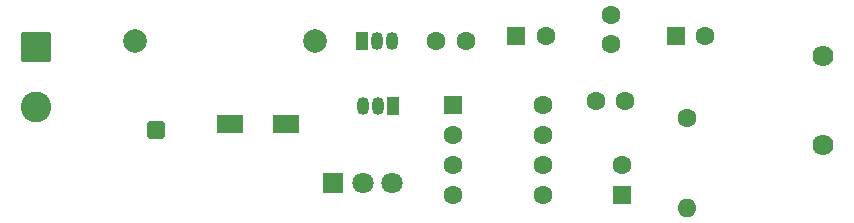
<source format=gbr>
%TF.GenerationSoftware,KiCad,Pcbnew,9.0.1*%
%TF.CreationDate,2025-08-10T20:13:13+01:00*%
%TF.ProjectId,fm-radio,666d2d72-6164-4696-9f2e-6b696361645f,rev?*%
%TF.SameCoordinates,Original*%
%TF.FileFunction,Soldermask,Top*%
%TF.FilePolarity,Negative*%
%FSLAX46Y46*%
G04 Gerber Fmt 4.6, Leading zero omitted, Abs format (unit mm)*
G04 Created by KiCad (PCBNEW 9.0.1) date 2025-08-10 20:13:13*
%MOMM*%
%LPD*%
G01*
G04 APERTURE LIST*
G04 Aperture macros list*
%AMRoundRect*
0 Rectangle with rounded corners*
0 $1 Rounding radius*
0 $2 $3 $4 $5 $6 $7 $8 $9 X,Y pos of 4 corners*
0 Add a 4 corners polygon primitive as box body*
4,1,4,$2,$3,$4,$5,$6,$7,$8,$9,$2,$3,0*
0 Add four circle primitives for the rounded corners*
1,1,$1+$1,$2,$3*
1,1,$1+$1,$4,$5*
1,1,$1+$1,$6,$7*
1,1,$1+$1,$8,$9*
0 Add four rect primitives between the rounded corners*
20,1,$1+$1,$2,$3,$4,$5,0*
20,1,$1+$1,$4,$5,$6,$7,0*
20,1,$1+$1,$6,$7,$8,$9,0*
20,1,$1+$1,$8,$9,$2,$3,0*%
G04 Aperture macros list end*
%ADD10R,1.800000X1.800000*%
%ADD11C,1.800000*%
%ADD12R,2.300000X1.600000*%
%ADD13C,1.779000*%
%ADD14RoundRect,0.250000X-0.550000X-0.550000X0.550000X-0.550000X0.550000X0.550000X-0.550000X0.550000X0*%
%ADD15C,1.600000*%
%ADD16C,2.000000*%
%ADD17RoundRect,0.250000X-1.050000X1.050000X-1.050000X-1.050000X1.050000X-1.050000X1.050000X1.050000X0*%
%ADD18C,2.600000*%
%ADD19O,1.600000X1.600000*%
%ADD20R,1.050000X1.500000*%
%ADD21O,1.050000X1.500000*%
%ADD22R,1.600000X1.600000*%
%ADD23RoundRect,0.246063X0.503937X0.503937X-0.503937X0.503937X-0.503937X-0.503937X0.503937X-0.503937X0*%
G04 APERTURE END LIST*
D10*
%TO.C,RV1*%
X89000000Y-73500000D03*
D11*
X91500000Y-73500000D03*
X94000000Y-73500000D03*
%TD*%
D12*
%TO.C,C3*%
X80300000Y-68500000D03*
X85000000Y-68500000D03*
%TD*%
D13*
%TO.C,LS1*%
X130500000Y-62700000D03*
X130500000Y-70300000D03*
%TD*%
D14*
%TO.C,U1*%
X99195000Y-66880000D03*
D15*
X99195000Y-69420000D03*
X99195000Y-71960000D03*
X99195000Y-74500000D03*
X106815000Y-74500000D03*
X106815000Y-71960000D03*
X106815000Y-69420000D03*
X106815000Y-66880000D03*
%TD*%
D16*
%TO.C,L1*%
X72260000Y-61500000D03*
X87500000Y-61500000D03*
%TD*%
D17*
%TO.C,J1*%
X63827500Y-62000000D03*
D18*
X63827500Y-67080000D03*
%TD*%
D15*
%TO.C,R2*%
X119000000Y-68000000D03*
D19*
X119000000Y-75620000D03*
%TD*%
D20*
%TO.C,Q2*%
X94040000Y-67000000D03*
D21*
X92770000Y-67000000D03*
X91500000Y-67000000D03*
%TD*%
D20*
%TO.C,Q1*%
X91460000Y-61500000D03*
D21*
X92730000Y-61500000D03*
X94000000Y-61500000D03*
%TD*%
D15*
%TO.C,C7*%
X112500000Y-59250000D03*
X112500000Y-61750000D03*
%TD*%
%TO.C,C6*%
X100250000Y-61500000D03*
X97750000Y-61500000D03*
%TD*%
D22*
%TO.C,C5*%
X113500000Y-74500000D03*
D15*
X113500000Y-72000000D03*
%TD*%
D22*
%TO.C,C4*%
X104500000Y-61000000D03*
D15*
X107000000Y-61000000D03*
%TD*%
D22*
%TO.C,C2*%
X118000000Y-61000000D03*
D15*
X120500000Y-61000000D03*
%TD*%
%TO.C,C1*%
X111250000Y-66500000D03*
X113750000Y-66500000D03*
%TD*%
D23*
%TO.C,AE1*%
X74000000Y-69000000D03*
%TD*%
M02*

</source>
